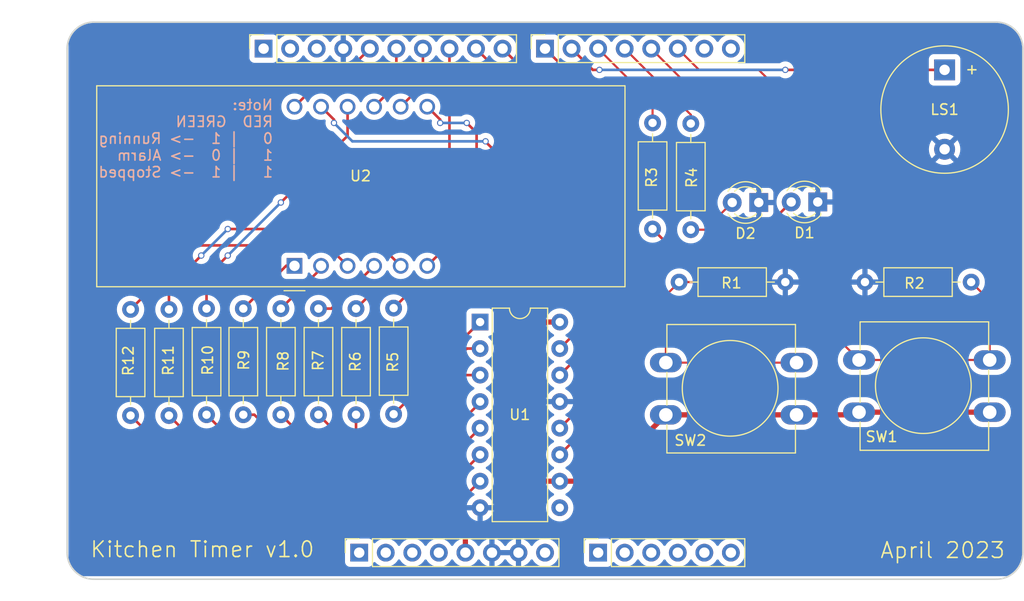
<source format=kicad_pcb>
(kicad_pcb (version 20221018) (generator pcbnew)
  (layers (0 "F.Cu" signal) (31 "B.Cu" signal) (34 "B.Paste" user) (35 "F.Paste" user) (36 "B.SilkS" user "B.Silkscreen") (37 "F.SilkS" user "F.Silkscreen") (38 "B.Mask" user) (39 "F.Mask" user) (44 "Edge.Cuts" user))
  (net 0 "")
  (net 1 "GND")
  (net 2 "Net-(D1-A)")
  (net 3 "Net-(D2-A)")
  (net 5 "/IOREF")
  (net 6 "/~{RESET}")
  (net 7 "+3V3")
  (net 8 "+5V")
  (net 9 "VCC")
  (net 13 "/DIG_1")
  (net 14 "/DIG_2")
  (net 15 "/DIG_3")
  (net 16 "/DIG_4")
  (net 17 "/DS")
  (net 18 "/ST_CP")
  (net 19 "/A0")
  (net 20 "/A1")
  (net 21 "/A2")
  (net 22 "/A3")
  (net 23 "/SDA{slash}A4")
  (net 24 "/SCL{slash}A5")
  (net 25 "/SH_CP")
  (net 26 "/BUZZER")
  (net 27 "/RED_LED")
  (net 28 "/GREEN_LED")
  (net 29 "/BUTTON_2")
  (net 30 "/BUTTON_1")
  (net 31 "/TX{slash}1")
  (net 32 "/RX{slash}0")
  (net 33 "/A")
  (net 34 "Net-(U2-a)")
  (net 35 "/B")
  (net 36 "Net-(U2-b)")
  (net 37 "/C")
  (net 38 "Net-(U2-c)")
  (net 39 "/D")
  (net 40 "Net-(U2-d)")
  (net 41 "/E")
  (net 42 "Net-(U2-e)")
  (net 43 "/F")
  (net 44 "Net-(U2-f)")
  (net 45 "/G")
  (net 46 "Net-(U2-g)")
  (net 47 "/DP")
  (net 48 "Net-(U2-DPX)")
  (footprint "Connector_PinSocket_2.54mm:PinSocket_1x10_P2.54mm_Vertical" (layer "F.Cu") (at 145.669 51.088 90)
    (fp_text reference "J2" hide)
    (fp_text value "Digital/PWM")
    (fp_line (start -1.33 1.27) (end -1.33 24.19) (stroke (width 0.12)) (layer "F.SilkS"))
    (fp_line (start -1.33 1.27) (end 1.33 1.27) (stroke (width 0.12)) (layer "F.SilkS"))
    (fp_line (start -1.33 24.19) (end 1.33 24.19) (stroke (width 0.12)) (layer "F.SilkS"))
    (fp_line (start 0 -1.33) (end 1.33 -1.33) (stroke (width 0.12)) (layer "F.SilkS"))
    (fp_line (start 1.33 -1.33) (end 1.33 0) (stroke (width 0.12)) (layer "F.SilkS"))
    (fp_line (start 1.33 1.27) (end 1.33 24.19) (stroke (width 0.12)) (layer "F.SilkS"))
    (pad "1" thru_hole rect (at 0 0 90) (size 1.7 1.7) (drill 1) (layers "*.Cu" "*.Mask"))
    (pad "2" thru_hole oval (at 0 2.54 90) (size 1.7 1.7) (drill 1) (layers "*.Cu" "*.Mask"))
    (pad "3" thru_hole oval (at 0 5.08 90) (size 1.7 1.7) (drill 1) (layers "*.Cu" "*.Mask"))
    (pad "4" thru_hole oval (at 0 7.62 90) (size 1.7 1.7) (drill 1) (layers "*.Cu" "*.Mask") (net 1 "GND"))
    (pad "5" thru_hole oval (at 0 10.16 90) (size 1.7 1.7) (drill 1) (layers "*.Cu" "*.Mask") (net 13 "/DIG_1"))
    (pad "6" thru_hole oval (at 0 12.7 90) (size 1.7 1.7) (drill 1) (layers "*.Cu" "*.Mask") (net 14 "/DIG_2"))
    (pad "7" thru_hole oval (at 0 15.24 90) (size 1.7 1.7) (drill 1) (layers "*.Cu" "*.Mask") (net 15 "/DIG_3"))
    (pad "8" thru_hole oval (at 0 17.78 90) (size 1.7 1.7) (drill 1) (layers "*.Cu" "*.Mask") (net 16 "/DIG_4"))
    (pad "9" thru_hole oval (at 0 20.32 90) (size 1.7 1.7) (drill 1) (layers "*.Cu" "*.Mask") (net 17 "/DS"))
    (pad "10" thru_hole oval (at 0 22.86 90) (size 1.7 1.7) (drill 1) (layers "*.Cu" "*.Mask") (net 18 "/ST_CP"))
  )
  (footprint "Resistor_THT:R_Axial_DIN0207_L6.3mm_D2.5mm_P10.16mm_Horizontal" (layer "F.Cu") (at 140.207994 86.139996 90)
    (fp_text reference "R10" (at 5.222672 0.110929 90) (layer "F.SilkS"))
    (fp_text value "100")
    (fp_line (start 1.04 0) (end 1.81 0) (stroke (width 0.12)) (layer "F.SilkS"))
    (fp_line (start 1.81 -1.37) (end 1.81 1.37) (stroke (width 0.12)) (layer "F.SilkS"))
    (fp_line (start 1.81 1.37) (end 8.35 1.37) (stroke (width 0.12)) (layer "F.SilkS"))
    (fp_line (start 8.35 -1.37) (end 1.81 -1.37) (stroke (width 0.12)) (layer "F.SilkS"))
    (fp_line (start 8.35 1.37) (end 8.35 -1.37) (stroke (width 0.12)) (layer "F.SilkS"))
    (fp_line (start 9.12 0) (end 8.35 0) (stroke (width 0.12)) (layer "F.SilkS"))
    (pad "1" thru_hole circle (at 0 0 90) (size 1.6 1.6) (drill 0.8) (layers "*.Cu" "*.Mask") (net 43 "/F"))
    (pad "2" thru_hole oval (at 10.16 0 90) (size 1.6 1.6) (drill 0.8) (layers "*.Cu" "*.Mask") (net 44 "Net-(U2-f)"))
  )
  (footprint "Button_Switch_THT:SW_PUSH-12mm" (layer "F.Cu") (at 215.134088 85.896641 180)
    (fp_text reference "SW1" (at 10.343906 -2.353048) (layer "F.SilkS"))
    (fp_text value "Hour")
    (fp_line (start 0.1 -3.65) (end 12.4 -3.65) (stroke (width 0.12)) (layer "F.SilkS"))
    (fp_line (start 0.1 -0.93) (end 0.1 -3.65) (stroke (width 0.12)) (layer "F.SilkS"))
    (fp_line (start 0.1 4.07) (end 0.1 0.93) (stroke (width 0.12)) (layer "F.SilkS"))
    (fp_line (start 0.1 8.65) (end 0.1 5.93) (stroke (width 0.12)) (layer "F.SilkS"))
    (fp_line (start 12.4 -3.65) (end 12.4 -0.93) (stroke (width 0.12)) (layer "F.SilkS"))
    (fp_line (start 12.4 0.93) (end 12.4 4.07) (stroke (width 0.12)) (layer "F.SilkS"))
    (fp_line (start 12.4 5.93) (end 12.4 8.65) (stroke (width 0.12)) (layer "F.SilkS"))
    (fp_line (start 12.4 8.65) (end 0.1 8.65) (stroke (width 0.12)) (layer "F.SilkS"))
    (fp_circle (center 6.35 2.54) (end 10.16 5.08) (stroke (width 0.12)) (fill none) (layer "F.SilkS"))
    (pad "1" thru_hole oval (at 0 0 180) (size 3.048 1.85) (drill 1.3) (layers "*.Cu" "*.Mask") (net 8 "+5V"))
    (pad "1" thru_hole oval (at 12.5 0 180) (size 3.048 1.85) (drill 1.3) (layers "*.Cu" "*.Mask") (net 8 "+5V"))
    (pad "2" thru_hole oval (at 0 5 180) (size 3.048 1.85) (drill 1.3) (layers "*.Cu" "*.Mask") (net 30 "/BUTTON_1"))
    (pad "2" thru_hole oval (at 12.5 5 180) (size 3.048 1.85) (drill 1.3) (layers "*.Cu" "*.Mask") (net 30 "/BUTTON_1"))
  )
  (footprint "Button_Switch_THT:SW_PUSH-12mm" (layer "F.Cu") (at 196.651913 86.152023 180)
    (fp_text reference "SW2" (at 10.156221 -2.446625) (layer "F.SilkS"))
    (fp_text value "Minute")
    (fp_line (start 0.1 -3.65) (end 12.4 -3.65) (stroke (width 0.12)) (layer "F.SilkS"))
    (fp_line (start 0.1 -0.93) (end 0.1 -3.65) (stroke (width 0.12)) (layer "F.SilkS"))
    (fp_line (start 0.1 4.07) (end 0.1 0.93) (stroke (width 0.12)) (layer "F.SilkS"))
    (fp_line (start 0.1 8.65) (end 0.1 5.93) (stroke (width 0.12)) (layer "F.SilkS"))
    (fp_line (start 12.4 -3.65) (end 12.4 -0.93) (stroke (width 0.12)) (layer "F.SilkS"))
    (fp_line (start 12.4 0.93) (end 12.4 4.07) (stroke (width 0.12)) (layer "F.SilkS"))
    (fp_line (start 12.4 5.93) (end 12.4 8.65) (stroke (width 0.12)) (layer "F.SilkS"))
    (fp_line (start 12.4 8.65) (end 0.1 8.65) (stroke (width 0.12)) (layer "F.SilkS"))
    (fp_circle (center 6.35 2.54) (end 10.16 5.08) (stroke (width 0.12)) (fill none) (layer "F.SilkS"))
    (pad "1" thru_hole oval (at 0 0 180) (size 3.048 1.85) (drill 1.3) (layers "*.Cu" "*.Mask") (net 8 "+5V"))
    (pad "1" thru_hole oval (at 12.5 0 180) (size 3.048 1.85) (drill 1.3) (layers "*.Cu" "*.Mask") (net 8 "+5V"))
    (pad "2" thru_hole oval (at 0 5 180) (size 3.048 1.85) (drill 1.3) (layers "*.Cu" "*.Mask") (net 29 "/BUTTON_2"))
    (pad "2" thru_hole oval (at 12.5 5 180) (size 3.048 1.85) (drill 1.3) (layers "*.Cu" "*.Mask") (net 29 "/BUTTON_2"))
  )
  (footprint "Resistor_THT:R_Axial_DIN0207_L6.3mm_D2.5mm_P10.16mm_Horizontal" (layer "F.Cu") (at 147.32 86.14 90)
    (fp_text reference "R8" (at 5.128152 0.223996 90) (layer "F.SilkS"))
    (fp_text value "100")
    (fp_line (start 1.04 0) (end 1.81 0) (stroke (width 0.12)) (layer "F.SilkS"))
    (fp_line (start 1.81 -1.37) (end 1.81 1.37) (stroke (width 0.12)) (layer "F.SilkS"))
    (fp_line (start 1.81 1.37) (end 8.35 1.37) (stroke (width 0.12)) (layer "F.SilkS"))
    (fp_line (start 8.35 -1.37) (end 1.81 -1.37) (stroke (width 0.12)) (layer "F.SilkS"))
    (fp_line (start 8.35 1.37) (end 8.35 -1.37) (stroke (width 0.12)) (layer "F.SilkS"))
    (fp_line (start 9.12 0) (end 8.35 0) (stroke (width 0.12)) (layer "F.SilkS"))
    (pad "1" thru_hole circle (at 0 0 90) (size 1.6 1.6) (drill 0.8) (layers "*.Cu" "*.Mask") (net 39 "/D"))
    (pad "2" thru_hole oval (at 10.16 0 90) (size 1.6 1.6) (drill 0.8) (layers "*.Cu" "*.Mask") (net 40 "Net-(U2-d)"))
  )
  (footprint "Resistor_THT:R_Axial_DIN0207_L6.3mm_D2.5mm_P10.16mm_Horizontal" (layer "F.Cu") (at 213.36 73.44 180)
    (fp_text reference "R2" (at 5.424195 -0.118149) (layer "F.SilkS"))
    (fp_text value "10K")
    (fp_line (start 1.04 0) (end 1.81 0) (stroke (width 0.12)) (layer "F.SilkS"))
    (fp_line (start 1.81 -1.37) (end 1.81 1.37) (stroke (width 0.12)) (layer "F.SilkS"))
    (fp_line (start 1.81 1.37) (end 8.35 1.37) (stroke (width 0.12)) (layer "F.SilkS"))
    (fp_line (start 8.35 -1.37) (end 1.81 -1.37) (stroke (width 0.12)) (layer "F.SilkS"))
    (fp_line (start 8.35 1.37) (end 8.35 -1.37) (stroke (width 0.12)) (layer "F.SilkS"))
    (fp_line (start 9.12 0) (end 8.35 0) (stroke (width 0.12)) (layer "F.SilkS"))
    (pad "1" thru_hole circle (at 0 0 180) (size 1.6 1.6) (drill 0.8) (layers "*.Cu" "*.Mask") (net 30 "/BUTTON_1"))
    (pad "2" thru_hole oval (at 10.16 0 180) (size 1.6 1.6) (drill 0.8) (layers "*.Cu" "*.Mask") (net 1 "GND"))
  )
  (footprint "Package_DIP:DIP-16_W7.62mm" (layer "F.Cu") (at 166.38 77.265)
    (fp_text reference "U1" (at 3.8 8.875) (layer "F.SilkS"))
    (fp_text value "74AHC595")
    (fp_line (start 1.16 -1.33) (end 1.16 19.11) (stroke (width 0.12)) (layer "F.SilkS"))
    (fp_line (start 1.16 19.11) (end 6.46 19.11) (stroke (width 0.12)) (layer "F.SilkS"))
    (fp_line (start 2.81 -1.33) (end 1.16 -1.33) (stroke (width 0.12)) (layer "F.SilkS"))
    (fp_line (start 6.46 -1.33) (end 4.81 -1.33) (stroke (width 0.12)) (layer "F.SilkS"))
    (fp_line (start 6.46 19.11) (end 6.46 -1.33) (stroke (width 0.12)) (layer "F.SilkS"))
    (fp_arc (start 4.81 -1.33) (mid 3.81 -0.33) (end 2.81 -1.33) (stroke (width 0.12)) (layer "F.SilkS"))
    (pad "1" thru_hole rect (at 0 0) (size 1.6 1.6) (drill 0.8) (layers "*.Cu" "*.Mask") (net 35 "/B"))
    (pad "2" thru_hole oval (at 0 2.54) (size 1.6 1.6) (drill 0.8) (layers "*.Cu" "*.Mask") (net 37 "/C"))
    (pad "3" thru_hole oval (at 0 5.08) (size 1.6 1.6) (drill 0.8) (layers "*.Cu" "*.Mask") (net 39 "/D"))
    (pad "4" thru_hole oval (at 0 7.62) (size 1.6 1.6) (drill 0.8) (layers "*.Cu" "*.Mask") (net 41 "/E"))
    (pad "5" thru_hole oval (at 0 10.16) (size 1.6 1.6) (drill 0.8) (layers "*.Cu" "*.Mask") (net 43 "/F"))
    (pad "6" thru_hole oval (at 0 12.7) (size 1.6 1.6) (drill 0.8) (layers "*.Cu" "*.Mask") (net 45 "/G"))
    (pad "7" thru_hole oval (at 0 15.24) (size 1.6 1.6) (drill 0.8) (layers "*.Cu" "*.Mask") (net 47 "/DP"))
    (pad "8" thru_hole oval (at 0 17.78) (size 1.6 1.6) (drill 0.8) (layers "*.Cu" "*.Mask") (net 1 "GND"))
    (pad "9" thru_hole oval (at 7.62 17.78) (size 1.6 1.6) (drill 0.8) (layers "*.Cu" "*.Mask"))
    (pad "10" thru_hole oval (at 7.62 15.24) (size 1.6 1.6) (drill 0.8) (layers "*.Cu" "*.Mask") (net 8 "+5V"))
    (pad "11" thru_hole oval (at 7.62 12.7) (size 1.6 1.6) (drill 0.8) (layers "*.Cu" "*.Mask") (net 25 "/SH_CP"))
    (pad "12" thru_hole oval (at 7.62 10.16) (size 1.6 1.6) (drill 0.8) (layers "*.Cu" "*.Mask") (net 18 "/ST_CP"))
    (pad "13" thru_hole oval (at 7.62 7.62) (size 1.6 1.6) (drill 0.8) (layers "*.Cu" "*.Mask") (net 1 "GND"))
    (pad "14" thru_hole oval (at 7.62 5.08) (size 1.6 1.6) (drill 0.8) (layers "*.Cu" "*.Mask") (net 17 "/DS"))
    (pad "15" thru_hole oval (at 7.62 2.54) (size 1.6 1.6) (drill 0.8) (layers "*.Cu" "*.Mask") (net 33 "/A"))
    (pad "16" thru_hole oval (at 7.62 0) (size 1.6 1.6) (drill 0.8) (layers "*.Cu" "*.Mask") (net 8 "+5V"))
  )
  (footprint "Resistor_THT:R_Axial_DIN0207_L6.3mm_D2.5mm_P10.16mm_Horizontal" (layer "F.Cu") (at 136.612913 86.21815 90)
    (fp_text reference "R11" (at 5.269932 -0.063754 90) (layer "F.SilkS"))
    (fp_text value "100")
    (fp_line (start 1.04 0) (end 1.81 0) (stroke (width 0.12)) (layer "F.SilkS"))
    (fp_line (start 1.81 -1.37) (end 1.81 1.37) (stroke (width 0.12)) (layer "F.SilkS"))
    (fp_line (start 1.81 1.37) (end 8.35 1.37) (stroke (width 0.12)) (layer "F.SilkS"))
    (fp_line (start 8.35 -1.37) (end 1.81 -1.37) (stroke (width 0.12)) (layer "F.SilkS"))
    (fp_line (start 8.35 1.37) (end 8.35 -1.37) (stroke (width 0.12)) (layer "F.SilkS"))
    (fp_line (start 9.12 0) (end 8.35 0) (stroke (width 0.12)) (layer "F.SilkS"))
    (pad "1" thru_hole circle (at 0 0 90) (size 1.6 1.6) (drill 0.8) (layers "*.Cu" "*.Mask") (net 45 "/G"))
    (pad "2" thru_hole oval (at 10.16 0 90) (size 1.6 1.6) (drill 0.8) (layers "*.Cu" "*.Mask") (net 46 "Net-(U2-g)"))
  )
  (footprint "Resistor_THT:R_Axial_DIN0207_L6.3mm_D2.5mm_P10.16mm_Horizontal" (layer "F.Cu") (at 186.538923 58.262499 -90)
    (fp_text reference "R4" (at 5.179126 -0.081436 90) (layer "F.SilkS"))
    (fp_text value "330")
    (fp_line (start 1.04 0) (end 1.81 0) (stroke (width 0.12)) (layer "F.SilkS"))
    (fp_line (start 1.81 -1.37) (end 1.81 1.37) (stroke (width 0.12)) (layer "F.SilkS"))
    (fp_line (start 1.81 1.37) (end 8.35 1.37) (stroke (width 0.12)) (layer "F.SilkS"))
    (fp_line (start 8.35 -1.37) (end 1.81 -1.37) (stroke (width 0.12)) (layer "F.SilkS"))
    (fp_line (start 8.35 1.37) (end 8.35 -1.37) (stroke (width 0.12)) (layer "F.SilkS"))
    (fp_line (start 9.12 0) (end 8.35 0) (stroke (width 0.12)) (layer "F.SilkS"))
    (pad "1" thru_hole circle (at 0 0 270) (size 1.6 1.6) (drill 0.8) (layers "*.Cu" "*.Mask") (net 28 "/GREEN_LED"))
    (pad "2" thru_hole oval (at 10.16 0 270) (size 1.6 1.6) (drill 0.8) (layers "*.Cu" "*.Mask") (net 3 "Net-(D2-A)"))
  )
  (footprint "LED_THT:LED_D3.0mm" (layer "F.Cu") (at 198.685096 65.770438 180)
    (fp_text reference "D1" (at 1.27 -2.96) (layer "F.SilkS"))
    (fp_text value "LED")
    (fp_line (start -0.29 -1.236) (end -0.29 -1.08) (stroke (width 0.12)) (layer "F.SilkS"))
    (fp_line (start -0.29 1.08) (end -0.29 1.236) (stroke (width 0.12)) (layer "F.SilkS"))
    (fp_arc (start -0.29 -1.235516) (mid 1.366487 -1.987659) (end 2.942335 -1.078608) (stroke (width 0.12)) (layer "F.SilkS"))
    (fp_arc (start 0.229039 -1.08) (mid 1.270117 -1.5) (end 2.31113 -1.079837) (stroke (width 0.12)) (layer "F.SilkS"))
    (fp_arc (start 2.31113 1.079837) (mid 1.270117 1.5) (end 0.229039 1.08) (stroke (width 0.12)) (layer "F.SilkS"))
    (fp_arc (start 2.942335 1.078608) (mid 1.366487 1.987659) (end -0.29 1.235516) (stroke (width 0.12)) (layer "F.SilkS"))
    (pad "1" thru_hole rect (at 0 0 180) (size 1.8 1.8) (drill 0.9) (layers "*.Cu" "*.Mask") (net 1 "GND"))
    (pad "2" thru_hole circle (at 2.54 0 180) (size 1.8 1.8) (drill 0.9) (layers "*.Cu" "*.Mask") (net 2 "Net-(D1-A)"))
  )
  (footprint "Connector_PinSocket_2.54mm:PinSocket_1x08_P2.54mm_Vertical" (layer "F.Cu") (at 172.593 51.088 90)
    (fp_text reference "J4" hide)
    (fp_text value "Digital/PWM")
    (fp_line (start -1.33 1.27) (end -1.33 19.11) (stroke (width 0.12)) (layer "F.SilkS"))
    (fp_line (start -1.33 1.27) (end 1.33 1.27) (stroke (width 0.12)) (layer "F.SilkS"))
    (fp_line (start -1.33 19.11) (end 1.33 19.11) (stroke (width 0.12)) (layer "F.SilkS"))
    (fp_line (start 0 -1.33) (end 1.33 -1.33) (stroke (width 0.12)) (layer "F.SilkS"))
    (fp_line (start 1.33 -1.33) (end 1.33 0) (stroke (width 0.12)) (layer "F.SilkS"))
    (fp_line (start 1.33 1.27) (end 1.33 19.11) (stroke (width 0.12)) (layer "F.SilkS"))
    (pad "1" thru_hole rect (at 0 0 90) (size 1.7 1.7) (drill 1) (layers "*.Cu" "*.Mask") (net 25 "/SH_CP"))
    (pad "2" thru_hole oval (at 0 2.54 90) (size 1.7 1.7) (drill 1) (layers "*.Cu" "*.Mask") (net 26 "/BUZZER"))
    (pad "3" thru_hole oval (at 0 5.08 90) (size 1.7 1.7) (drill 1) (layers "*.Cu" "*.Mask") (net 27 "/RED_LED"))
    (pad "4" thru_hole oval (at 0 7.62 90) (size 1.7 1.7) (drill 1) (layers "*.Cu" "*.Mask") (net 28 "/GREEN_LED"))
    (pad "5" thru_hole oval (at 0 10.16 90) (size 1.7 1.7) (drill 1) (layers "*.Cu" "*.Mask") (net 29 "/BUTTON_2"))
    (pad "6" thru_hole oval (at 0 12.7 90) (size 1.7 1.7) (drill 1) (layers "*.Cu" "*.Mask") (net 30 "/BUTTON_1"))
    (pad "7" thru_hole oval (at 0 15.24 90) (size 1.7 1.7) (drill 1) (layers "*.Cu" "*.Mask") (net 31 "/TX{slash}1"))
    (pad "8" thru_hole oval (at 0 17.78 90) (size 1.7 1.7) (drill 1) (layers "*.Cu" "*.Mask") (net 32 "/RX{slash}0"))
  )
  (footprint "Resistor_THT:R_Axial_DIN0207_L6.3mm_D2.5mm_P10.16mm_Horizontal" (layer "F.Cu") (at 154.51016 86.14 90)
    (fp_text reference "R6" (at 5.08 -0.07 90) (layer "F.SilkS"))
    (fp_text value "100")
    (fp_line (start 1.04 0) (end 1.81 0) (stroke (width 0.12)) (layer "F.SilkS"))
    (fp_line (start 1.81 -1.37) (end 1.81 1.37) (stroke (width 0.12)) (layer "F.SilkS"))
    (fp_line (start 1.81 1.37) (end 8.35 1.37) (stroke (width 0.12)) (layer "F.SilkS"))
    (fp_line (start 8.35 -1.37) (end 1.81 -1.37) (stroke (width 0.12)) (layer "F.SilkS"))
    (fp_line (start 8.35 1.37) (end 8.35 -1.37) (stroke (width 0.12)) (layer "F.SilkS"))
    (fp_line (start 9.12 0) (end 8.35 0) (stroke (width 0.12)) (layer "F.SilkS"))
    (pad "1" thru_hole circle (at 0 0 90) (size 1.6 1.6) (drill 0.8) (layers "*.Cu" "*.Mask") (net 35 "/B"))
    (pad "2" thru_hole oval (at 10.16 0 90) (size 1.6 1.6) (drill 0.8) (layers "*.Cu" "*.Mask") (net 36 "Net-(U2-b)"))
  )
  (footprint "Resistor_THT:R_Axial_DIN0207_L6.3mm_D2.5mm_P10.16mm_Horizontal" (layer "F.Cu") (at 158.107517 86.088651 90)
    (fp_text reference "R5" (at 4.986372 -0.079003 90) (layer "F.SilkS"))
    (fp_text value "100")
    (fp_line (start 1.04 0) (end 1.81 0) (stroke (width 0.12)) (layer "F.SilkS"))
    (fp_line (start 1.81 -1.37) (end 1.81 1.37) (stroke (width 0.12)) (layer "F.SilkS"))
    (fp_line (start 1.81 1.37) (end 8.35 1.37) (stroke (width 0.12)) (layer "F.SilkS"))
    (fp_line (start 8.35 -1.37) (end 1.81 -1.37) (stroke (width 0.12)) (layer "F.SilkS"))
    (fp_line (start 8.35 1.37) (end 8.35 -1.37) (stroke (width 0.12)) (layer "F.SilkS"))
    (fp_line (start 9.12 0) (end 8.35 0) (stroke (width 0.12)) (layer "F.SilkS"))
    (pad "1" thru_hole circle (at 0 0 90) (size 1.6 1.6) (drill 0.8) (layers "*.Cu" "*.Mask") (net 33 "/A"))
    (pad "2" thru_hole oval (at 10.16 0 90) (size 1.6 1.6) (drill 0.8) (layers "*.Cu" "*.Mask") (net 34 "Net-(U2-a)"))
  )
  (footprint "Resistor_THT:R_Axial_DIN0207_L6.3mm_D2.5mm_P10.16mm_Horizontal" (layer "F.Cu") (at 150.91508 86.139996 90)
    (fp_text reference "R7" (at 5.175412 -0.02666 90) (layer "F.SilkS"))
    (fp_text value "100")
    (fp_line (start 1.04 0) (end 1.81 0) (stroke (width 0.12)) (layer "F.SilkS"))
    (fp_line (start 1.81 -1.37) (end 1.81 1.37) (stroke (width 0.12)) (layer "F.SilkS"))
    (fp_line (start 1.81 1.37) (end 8.35 1.37) (stroke (width 0.12)) (layer "F.SilkS"))
    (fp_line (start 8.35 -1.37) (end 1.81 -1.37) (stroke (width 0.12)) (layer "F.SilkS"))
    (fp_line (start 8.35 1.37) (end 8.35 -1.37) (stroke (width 0.12)) (layer "F.SilkS"))
    (fp_line (start 9.12 0) (end 8.35 0) (stroke (width 0.12)) (layer "F.SilkS"))
    (pad "1" thru_hole circle (at 0 0 90) (size 1.6 1.6) (drill 0.8) (layers "*.Cu" "*.Mask") (net 37 "/C"))
    (pad "2" thru_hole oval (at 10.16 0 90) (size 1.6 1.6) (drill 0.8) (layers "*.Cu" "*.Mask") (net 38 "Net-(U2-c)"))
  )
  (footprint "Buzzer_Beeper:Buzzer_12x9.5RM7.6" (layer "F.Cu") (at 210.82 53.12 -90)
    (fp_text reference "LS1" (at 3.8 0 -180) (layer "F.SilkS"))
    (fp_text value "Speaker")
    (fp_text user "+" (at -0.01 -2.54 90) (layer "F.SilkS"))
    (fp_circle (center 3.8 0) (end 9.9 0) (stroke (width 0.12)) (fill none) (layer "F.SilkS"))
    (pad "1" thru_hole rect (at 0 0 270) (size 2 2) (drill 1) (layers "*.Cu" "*.Mask") (net 26 "/BUZZER"))
    (pad "2" thru_hole circle (at 7.6 0 270) (size 2 2) (drill 1) (layers "*.Cu" "*.Mask") (net 1 "GND"))
  )
  (footprint "Display_7Segment:CA56-12EWA" (layer "F.Cu") (at 148.622168 71.885789 90)
    (fp_text reference "U2" (at 8.605789 6.317832 180) (layer "F.SilkS"))
    (fp_text value "CA56-12EWA")
    (fp_line (start -2.38 -1) (end -2.38 1) (stroke (width 0.12)) (layer "F.SilkS"))
    (fp_line (start -2 -18.92) (end -2 31.62) (stroke (width 0.12)) (layer "F.SilkS"))
    (fp_line (start -2 -18.92) (end 17.24 -18.92) (stroke (width 0.12)) (layer "F.SilkS"))
    (fp_line (start -2 31.62) (end 17.24 31.62) (stroke (width 0.12)) (layer "F.SilkS"))
    (fp_line (start 17.24 31.62) (end 17.24 -18.92) (stroke (width 0.12)) (layer "F.SilkS"))
    (pad "1" thru_hole rect (at 0 0 90) (size 1.5 1.5) (drill 1) (layers "*.Cu" "*.Mask") (net 42 "Net-(U2-e)"))
    (pad "2" thru_hole circle (at 0 2.54 90) (size 1.5 1.5) (drill 1) (layers "*.Cu" "*.Mask") (net 40 "Net-(U2-d)"))
    (pad "3" thru_hole circle (at 0 5.08 90) (size 1.5 1.5) (drill 1) (layers "*.Cu" "*.Mask") (net 48 "Net-(U2-DPX)"))
    (pad "4" thru_hole circle (at 0 7.62 90) (size 1.5 1.5) (drill 1) (layers "*.Cu" "*.Mask") (net 38 "Net-(U2-c)"))
    (pad "5" thru_hole circle (at 0 10.16 90) (size 1.5 1.5) (drill 1) (layers "*.Cu" "*.Mask") (net 46 "Net-(U2-g)"))
    (pad "6" thru_hole circle (at 0 12.7 90) (size 1.5 1.5) (drill 1) (layers "*.Cu" "*.Mask") (net 16 "/DIG_4"))
    (pad "7" thru_hole circle (at 15.24 12.7 90) (size 1.5 1.5) (drill 1) (layers "*.Cu" "*.Mask") (net 36 "Net-(U2-b)"))
    (pad "8" thru_hole circle (at 15.24 10.16 90) (size 1.5 1.5) (drill 1) (layers "*.Cu" "*.Mask") (net 15 "/DIG_3"))
    (pad "9" thru_hole circle (at 15.24 7.62 90) (size 1.5 1.5) (drill 1) (layers "*.Cu" "*.Mask") (net 14 "/DIG_2"))
    (pad "10" thru_hole circle (at 15.24 5.08 90) (size 1.5 1.5) (drill 1) (layers "*.Cu" "*.Mask") (net 44 "Net-(U2-f)"))
    (pad "11" thru_hole circle (at 15.24 2.54 90) (size 1.5 1.5) (drill 1) (layers "*.Cu" "*.Mask") (net 34 "Net-(U2-a)"))
    (pad "12" thru_hole circle (at 15.24 0 90) (size 1.5 1.5) (drill 1) (layers "*.Cu" "*.Mask") (net 13 "/DIG_1"))
  )
  (footprint "Resistor_THT:R_Axial_DIN0207_L6.3mm_D2.5mm_P10.16mm_Horizontal" (layer "F.Cu") (at 185.42 73.44)
    (fp_text reference "R1" (at 5.00911 0.094519) (layer "F.SilkS"))
    (fp_text value "10K")
    (fp_line (start 1.04 0) (end 1.81 0) (stroke (width 0.12)) (layer "F.SilkS"))
    (fp_line (start 1.81 -1.37) (end 1.81 1.37) (stroke (width 0.12)) (layer "F.SilkS"))
    (fp_line (start 1.81 1.37) (end 8.35 1.37) (stroke (width 0.12)) (layer "F.SilkS"))
    (fp_line (start 8.35 -1.37) (end 1.81 -1.37) (stroke (width 0.12)) (layer "F.SilkS"))
    (fp_line (start 8.35 1.37) (end 8.35 -1.37) (stroke (width 0.12)) (layer "F.SilkS"))
    (fp_line (start 9.12 0) (end 8.35 0) (stroke (width 0.12)) (layer "F.SilkS"))
    (pad "1" thru_hole circle (at 0 0) (size 1.6 1.6) (drill 0.8) (layers "*.Cu" "*.Mask") (net 29 "/BUTTON_2"))
    (pad "2" thru_hole oval (at 10.16 0) (size 1.6 1.6) (drill 0.8) (layers "*.Cu" "*.Mask") (net 1 "GND"))
  )
  (footprint "Resistor_THT:R_Axial_DIN0207_L6.3mm_D2.5mm_P10.16mm_Horizontal" (layer "F.Cu") (at 143.72492 86.14 90)
    (fp_text reference "R9" (at 5.222672 0.049313 90) (layer "F.SilkS"))
    (fp_text value "100")
    (fp_line (start 1.04 0) (end 1.81 0) (stroke (width 0.12)) (layer "F.SilkS"))
    (fp_line (start 1.81 -1.37) (end 1.81 1.37) (stroke (width 0.12)) (layer "F.SilkS"))
    (fp_line (start 1.81 1.37) (end 8.35 1.37) (stroke (width 0.12)) (layer "F.SilkS"))
    (fp_line (start 8.35 -1.37) (end 1.81 -1.37) (stroke (width 0.12)) (layer "F.SilkS"))
    (fp_line (start 8.35 1.37) (end 8.35 -1.37) (stroke (width 0.12)) (layer "F.SilkS"))
    (fp_line (start 9.12 0) (end 8.35 0) (stroke (width 0.12)) (layer "F.SilkS"))
    (pad "1" thru_hole circle (at 0 0 90) (size 1.6 1.6) (drill 0.8) (layers "*.Cu" "*.Mask") (net 41 "/E"))
    (pad "2" thru_hole oval (at 10.16 0 90) (size 1.6 1.6) (drill 0.8) (layers "*.Cu" "*.Mask") (net 42 "Net-(U2-e)"))
  )
  (footprint "Resistor_THT:R_Axial_DIN0207_L6.3mm_D2.5mm_P10.16mm_Horizontal" (layer "F.Cu") (at 132.939679 86.218154 90)
    (fp_text reference "R12" (at 5.246302 -0.214808 90) (layer "F.SilkS"))
    (fp_text value "100")
    (fp_line (start 1.04 0) (end 1.81 0) (stroke (width 0.12)) (layer "F.SilkS"))
    (fp_line (start 1.81 -1.37) (end 1.81 1.37) (stroke (width 0.12)) (layer "F.SilkS"))
    (fp_line (start 1.81 1.37) (end 8.35 1.37) (stroke (width 0.12)) (layer "F.SilkS"))
    (fp_line (start 8.35 -1.37) (end 1.81 -1.37) (stroke (width 0.12)) (layer "F.SilkS"))
    (fp_line (start 8.35 1.37) (end 8.35 -1.37) (stroke (width 0.12)) (layer "F.SilkS"))
    (fp_line (start 9.12 0) (end 8.35 0) (stroke (width 0.12)) (layer "F.SilkS"))
    (pad "1" thru_hole circle (at 0 0 90) (size 1.6 1.6) (drill 0.8) (layers "*.Cu" "*.Mask") (net 47 "/DP"))
    (pad "2" thru_hole oval (at 10.16 0 90) (size 1.6 1.6) (drill 0.8) (layers "*.Cu" "*.Mask") (net 48 "Net-(U2-DPX)"))
  )
  (footprint "LED_THT:LED_D3.0mm" (layer "F.Cu") (at 193.04 65.82 180)
    (fp_text reference "D2" (at 1.27 -2.96) (layer "F.SilkS"))
    (fp_text value "LED")
    (fp_line (start -0.29 -1.236) (end -0.29 -1.08) (stroke (width 0.12)) (layer "F.SilkS"))
    (fp_line (start -0.29 1.08) (end -0.29 1.236) (stroke (width 0.12)) (layer "F.SilkS"))
    (fp_arc (start -0.29 -1.235516) (mid 1.366487 -1.987659) (end 2.942335 -1.078608) (stroke (width 0.12)) (layer "F.SilkS"))
    (fp_arc (start 0.229039 -1.08) (mid 1.270117 -1.5) (end 2.31113 -1.079837) (stroke (width 0.12)) (layer "F.SilkS"))
    (fp_arc (start 2.31113 1.079837) (mid 1.270117 1.5) (end 0.229039 1.08) (stroke (width 0.12)) (layer "F.SilkS"))
    (fp_arc (start 2.942335 1.078608) (mid 1.366487 1.987659) (end -0.29 1.235516) (stroke (width 0.12)) (layer "F.SilkS"))
    (pad "1" thru_hole rect (at 0 0 180) (size 1.8 1.8) (drill 0.9) (layers "*.Cu" "*.Mask") (net 1 "GND"))
    (pad "2" thru_hole circle (at 2.54 0 180) (size 1.8 1.8) (drill 0.9) (layers "*.Cu" "*.Mask") (net 3 "Net-(D2-A)"))
  )
  (footprint "Resistor_THT:R_Axial_DIN0207_L6.3mm_D2.5mm_P10.16mm_Horizontal" (layer "F.Cu") (at 182.88 58.197666 -90)
    (fp_text reference "R3" (at 5.223415 0.094452 90) (layer "F.SilkS"))
    (fp_text value "330")
    (fp_line (start 1.04 0) (end 1.81 0) (stroke (width 0.12)) (layer "F.SilkS"))
    (fp_line (start 1.81 -1.37) (end 1.81 1.37) (stroke (width 0.12)) (layer "F.SilkS"))
    (fp_line (start 1.81 1.37) (end 8.35 1.37) (stroke (width 0.12)) (layer "F.SilkS"))
    (fp_line (start 8.35 -1.37) (end 1.81 -1.37) (stroke (width 0.12)) (layer "F.SilkS"))
    (fp_line (start 8.35 1.37) (end 8.35 -1.37) (stroke (width 0.12)) (layer "F.SilkS"))
    (fp_line (start 9.12 0) (end 8.35 0) (stroke (width 0.12)) (layer "F.SilkS"))
    (pad "1" thru_hole circle (at 0 0 270) (size 1.6 1.6) (drill 0.8) (layers "*.Cu" "*.Mask") (net 27 "/RED_LED"))
    (pad "2" thru_hole oval (at 10.16 0 270) (size 1.6 1.6) (drill 0.8) (layers "*.Cu" "*.Mask") (net 2 "Net-(D1-A)"))
  )
  (footprint "Connector_PinSocket_2.54mm:PinSocket_1x08_P2.54mm_Vertical" (layer "F.Cu") (at 154.813 99.348 90)
    (fp_text reference "J1" hide)
    (fp_text value "Power")
    (fp_line (start -1.33 1.27) (end -1.33 19.11) (stroke (width 0.12)) (layer "F.SilkS"))
    (fp_line (start -1.33 1.27) (end 1.33 1.27) (stroke (width 0.12)) (layer "F.SilkS"))
    (fp_line (start -1.33 19.11) (end 1.33 19.11) (stroke (width 0.12)) (layer "F.SilkS"))
    (fp_line (start 0 -1.33) (end 1.33 -1.33) (stroke (width 0.12)) (layer "F.SilkS"))
    (fp_line (start 1.33 -1.33) (end 1.33 0) (stroke (width 0.12)) (layer "F.SilkS"))
    (fp_line (start 1.33 1.27) (end 1.33 19.11) (stroke (width 0.12)) (layer "F.SilkS"))
    (pad "1" thru_hole rect (at 0 0 90) (size 1.7 1.7) (drill 1) (layers "*.Cu" "*.Mask"))
    (pad "2" thru_hole oval (at 0 2.54 90) (size 1.7 1.7) (drill 1) (layers "*.Cu" "*.Mask") (net 5 "/IOREF"))
    (pad "3" thru_hole oval (at 0 5.08 90) (size 1.7 1.7) (drill 1) (layers "*.Cu" "*.Mask") (net 6 "/~{RESET}"))
    (pad "4" thru_hole oval (at 0 7.62 90) (size 1.7 1.7) (drill 1) (layers "*.Cu" "*.Mask") (net 7 "+3V3"))
    (pad "5" thru_hole oval (at 0 10.16 90) (size 1.7 1.7) (drill 1) (layers "*.Cu" "*.Mask") (net 8 "+5V"))
    (pad "6" thru_hole oval (at 0 12.7 90) (size 1.7 1.7) (drill 1) (layers "*.Cu" "*.Mask") (net 1 "GND"))
    (pad "7" thru_hole oval (at 0 15.24 90) (size 1.7 1.7) (drill 1) (layers "*.Cu" "*.Mask") (net 1 "GND"))
    (pad "8" thru_hole oval (at 0 17.78 90) (size 1.7 1.7) (drill 1) (layers "*.Cu" "*.Mask") (net 9 "VCC"))
  )
  (footprint "Connector_PinSocket_2.54mm:PinSocket_1x06_P2.54mm_Vertical" (layer "F.Cu") (at 177.673 99.348 90)
    (fp_text reference "J3" hide)
    (fp_text value "Analog")
    (fp_line (start -1.33 1.27) (end -1.33 14.03) (stroke (width 0.12)) (layer "F.SilkS"))
    (fp_line (start -1.33 1.27) (end 1.33 1.27) (stroke (width 0.12)) (layer "F.SilkS"))
    (fp_line (start -1.33 14.03) (end 1.33 14.03) (stroke (width 0.12)) (layer "F.SilkS"))
    (fp_line (start 0 -1.33) (end 1.33 -1.33) (stroke (width 0.12)) (layer "F.SilkS"))
    (fp_line (start 1.33 -1.33) (end 1.33 0) (stroke (width 0.12)) (layer "F.SilkS"))
    (fp_line (start 1.33 1.27) (end 1.33 14.03) (stroke (width 0.12)) (layer "F.SilkS"))
    (pad "1" thru_hole rect (at 0 0 90) (size 1.7 1.7) (drill 1) (layers "*.Cu" "*.Mask") (net 19 "/A0"))
    (pad "2" thru_hole oval (at 0 2.54 90) (size 1.7 1.7) (drill 1) (layers "*.Cu" "*.Mask") (net 20 "/A1"))
    (pad "3" thru_hole oval (at 0 5.08 90) (size 1.7 1.7) (drill 1) (layers "*.Cu" "*.Mask") (net 21 "/A2"))
    (pad "4" thru_hole oval (at 0 7.62 90) (size 1.7 1.7) (drill 1) (layers "*.Cu" "*.Mask") (net 22 "/A3"))
    (pad "5" thru_hole oval (at 0 10.16 90) (size 1.7 1.7) (drill 1) (layers "*.Cu" "*.Mask") (net 23 "/SDA{slash}A4"))
    (pad "6" thru_hole oval (at 0 12.7 90) (size 1.7 1.7) (drill 1) (layers "*.Cu" "*.Mask") (net 24 "/SCL{slash}A5"))
  )
  (gr_line (start 215.773 101.888) (end 129.413 101.888) (stroke (width 0.15)) (layer "Edge.Cuts"))
  (gr_arc (start 218.313 99.348) (mid 217.569051 101.144051) (end 215.773 101.888) (stroke (width 0.15)) (layer "Edge.Cuts"))
  (gr_arc (start 129.413 101.888) (mid 127.616949 101.144051) (end 126.873 99.348) (stroke (width 0.15)) (layer "Edge.Cuts"))
  (gr_line (start 126.873 99.348) (end 126.873 51.088) (stroke (width 0.15)) (layer "Edge.Cuts"))
  (gr_arc (start 215.773 48.548) (mid 217.569051 49.291949) (end 218.313 51.088) (stroke (width 0.15)) (layer "Edge.Cuts"))
  (gr_line (start 218.313 51.088) (end 218.313 99.348) (stroke (width 0.15)) (layer "Edge.Cuts"))
  (gr_line (start 129.413 48.548) (end 215.773 48.548) (stroke (width 0.15)) (layer "Edge.Cuts"))
  (gr_arc (start 126.873 51.088) (mid 127.616949 49.291949) (end 129.413 48.548) (stroke (width 0.15)) (layer "Edge.Cuts"))
  (gr_text "Note:\nRED  GREEN\n0   | 1  -> Running\n1   | 0  -> Alarm\n1   | 1  -> Stopped" (at 146.650882 63.5) (layer "B.SilkS") (effects (font (size 1 1)) (justify left bottom mirror)))
  (gr_text "Kitchen Timer v1.0" (at 128.994425 99.910589) (layer "F.SilkS") (effects (font (size 1.5 1.5)) (justify left bottom)))
  (gr_text "April 2023" (at 204.570914 99.996022) (layer "F.SilkS") (effects (font (size 1.5 1.5)) (justify left bottom)))
  (segment (start 190.5 70.9) (end 191.015534 70.9) (width 0.25) (layer "F.Cu") (net 2))
  (segment (start 182.88 68.357666) (end 185.42 70.897666) (width 0.25) (layer "F.Cu") (net 2))
  (segment (start 190.497666 70.897666) (end 190.5 70.9) (width 0.25) (layer "F.Cu") (net 2))
  (segment (start 191.015534 70.9) (end 196.145096 65.770438) (width 0.25) (layer "F.Cu") (net 2))
  (segment (start 185.42 70.897666) (end 190.497666 70.897666) (width 0.25) (layer "F.Cu") (net 2))
  (segment (start 187.897501 68.422499) (end 190.5 65.82) (width 0.2) (layer "F.Cu") (net 3))
  (segment (start 186.538923 68.422499) (end 187.897501 68.422499) (width 0.2) (layer "F.Cu") (net 3))
  (segment (start 202.634088 85.896641) (end 215.134088 85.896641) (width 0.5) (layer "F.Cu") (net 8))
  (segment (start 164.973 97.369461) (end 165.229607 97.112854) (width 0.5) (layer "F.Cu") (net 8))
  (segment (start 164.973 99.348) (end 164.973 97.369461) (width 0.5) (layer "F.Cu") (net 8))
  (segment (start 171.435 92.505) (end 170.18 93.76) (width 0.5) (layer "F.Cu") (net 8))
  (segment (start 177.835 92.468936) (end 184.151913 86.152023) (width 0.5) (layer "F.Cu") (net 8))
  (segment (start 165.229607 97.112854) (end 169.367146 97.112854) (width 0.5) (layer "F.Cu") (net 8))
  (segment (start 202.378706 86.152023) (end 202.634088 85.896641) (width 0.5) (layer "F.Cu") (net 8))
  (segment (start 170.18 79.801374) (end 172.716374 77.265) (width 0.5) (layer "F.Cu") (net 8))
  (segment (start 174 92.505) (end 177.835 92.505) (width 0.5) (layer "F.Cu") (net 8))
  (segment (start 170.18 96.3) (end 170.18 79.801374) (width 0.5) (layer "F.Cu") (net 8))
  (segment (start 177.835 92.505) (end 177.835 92.468936) (width 0.5) (layer "F.Cu") (net 8))
  (segment (start 172.716374 77.265) (end 174 77.265) (width 0.5) (layer "F.Cu") (net 8))
  (segment (start 196.651913 86.152023) (end 202.378706 86.152023) (width 0.5) (layer "F.Cu") (net 8))
  (segment (start 169.367146 97.112854) (end 170.18 96.3) (width 0.5) (layer "F.Cu") (net 8))
  (segment (start 184.151913 86.152023) (end 196.651913 86.152023) (width 0.5) (layer "F.Cu") (net 8))
  (segment (start 174 92.505) (end 171.435 92.505) (width 0.5) (layer "F.Cu") (net 8))
  (segment (start 153.305179 53.611821) (end 155.829 51.088) (width 0.25) (layer "F.Cu") (net 13))
  (segment (start 148.622168 56.645789) (end 149.697168 55.570789) (width 0.25) (layer "F.Cu") (net 13))
  (segment (start 149.697168 55.570789) (end 149.697168 55.553334) (width 0.25) (layer "F.Cu") (net 13))
  (segment (start 149.697168 55.553334) (end 151.638681 53.611821) (width 0.25) (layer "F.Cu") (net 13))
  (segment (start 151.638681 53.611821) (end 153.305179 53.611821) (width 0.25) (layer "F.Cu") (net 13))
  (segment (start 158.369 54.518957) (end 158.369 51.088) (width 0.25) (layer "F.Cu") (net 14))
  (segment (start 156.242168 56.645789) (end 158.369 54.518957) (width 0.25) (layer "F.Cu") (net 14))
  (segment (start 160.909 54.518957) (end 160.909 51.088) (width 0.25) (layer "F.Cu") (net 15))
  (segment (start 158.782168 56.645789) (end 160.909 54.518957) (width 0.25) (layer "F.Cu") (net 15))
  (segment (start 163.449 69.758957) (end 163.449 51.088) (width 0.25) (layer "F.Cu") (net 16))
  (segment (start 161.322168 71.885789) (end 163.449 69.758957) (width 0.25) (layer "F.Cu") (net 16))
  (segment (start 176.9413 62.4213) (end 176.9413 62.0403) (width 0.25) (layer "F.Cu") (net 17))
  (segment (start 176.9413 62.0403) (end 165.989 51.088) (width 0.25) (layer "F.Cu") (net 17))
  (segment (start 174 82.345) (end 176.9413 79.4037) (width 0.25) (layer "F.Cu") (net 17))
  (segment (start 176.9413 79.4037) (end 176.9413 62.4213) (width 0.25) (layer "F.Cu") (net 17))
  (segment (start 177.8 60.359) (end 168.529 51.088) (width 0.25) (layer "F.Cu") (net 18))
  (segment (start 174 87.425) (end 177.8 83.625) (width 0.25) (layer "F.Cu") (net 18))
  (segment (start 177.8 83.625) (end 177.8 60.359) (width 0.25) (layer "F.Cu") (net 18))
  (segment (start 179.184434 84.780566) (end 179.184434 57.679434) (width 0.25) (layer "F.Cu") (net 25))
  (segment (start 179.184434 57.679434) (end 172.593 51.088) (width 0.25) (layer "F.Cu") (net 25))
  (segment (start 174 89.965) (end 179.184434 84.780566) (width 0.25) (layer "F.Cu") (net 25))
  (segment (start 210.82 53.12) (end 195.58 53.12) (width 0.25) (layer "F.Cu") (net 26))
  (segment (start 177.8 53.12) (end 177.165 53.12) (width 0.25) (layer "F.Cu") (net 26))
  (segment (start 177.165 53.12) (end 175.133 51.088) (width 0.25) (layer "F.Cu") (net 26))
  (via (at 195.58 53.12) (size 0.6) (drill 0.4) (layers "F.Cu" "B.Cu") (net 26))
  (via (at 177.8 53.12) (size 0.6) (drill 0.4) (layers "F.Cu" "B.Cu") (net 26))
  (segment (start 195.58 53.12) (end 177.8 53.12) (width 0.25) (layer "B.Cu") (net 26))
  (segment (start 182.88 58.197666) (end 182.88 56.295) (width 0.2) (layer "F.Cu") (net 27))
  (segment (start 182.88 56.295) (end 177.673 51.088) (width 0.2) (layer "F.Cu") (net 27))
  (segment (start 186.538923 57.413923) (end 186.538923 58.262499) (width 0.2) (layer "F.Cu") (net 28))
  (segment (start 180.213 51.088) (end 186.538923 57.413923) (width 0.2) (layer "F.Cu") (net 28))
  (segment (start 184.151913 74.708087) (end 185.42 73.44) (width 0.2) (layer "F.Cu") (net 29))
  (segment (start 184.151913 81.152023) (end 184.151913 74.708087) (width 0.2) (layer "F.Cu") (net 29))
  (segment (start 193.04 70.9) (end 198.12 70.9) (width 0.2) (layer "F.Cu") (net 29))
  (segment (start 200.66 63.28) (end 193.04 55.66) (width 0.2) (layer "F.Cu") (net 29))
  (segment (start 198.12 70.9) (end 200.66 68.36) (width 0.2) (layer "F.Cu") (net 29))
  (segment (start 190.5 73.44) (end 193.04 70.9) (width 0.2) (layer "F.Cu") (net 29))
  (segment (start 187.325 55.66) (end 182.753 51.088) (width 0.2) (layer "F.Cu") (net 29))
  (segment (start 193.04 55.66) (end 187.325 55.66) (width 0.2) (layer "F.Cu") (net 29))
  (segment (start 185.42 73.44) (end 190.5 73.44) (width 0.2) (layer "F.Cu") (net 29))
  (segment (start 196.651913 81.152023) (end 184.151913 81.152023) (width 0.2) (layer "F.Cu") (net 29))
  (segment (start 200.66 68.36) (end 200.66 63.28) (width 0.2) (layer "F.Cu") (net 29))
  (segment (start 193.04 53.12) (end 187.325 53.12) (width 0.2) (layer "F.Cu") (net 30))
  (segment (start 200.66 70.9) (end 203.2 68.36) (width 0.2) (layer "F.Cu") (net 30))
  (segment (start 202.634088 80.896641) (end 200.66 78.922553) (width 0.2) (layer "F.Cu") (net 30))
  (segment (start 200.66 78.922553) (end 200.66 70.9) (width 0.2) (layer "F.Cu") (net 30))
  (segment (start 203.2 68.36) (end 203.2 63.28) (width 0.2) (layer "F.Cu") (net 30))
  (segment (start 215.134088 75.214088) (end 213.36 73.44) (width 0.2) (layer "F.Cu") (net 30))
  (segment (start 187.325 53.12) (end 185.293 51.088) (width 0.2) (layer "F.Cu") (net 30))
  (segment (start 203.2 63.28) (end 193.04 53.12) (width 0.2) (layer "F.Cu") (net 30))
  (segment (start 215.134088 80.896641) (end 215.134088 75.214088) (width 0.2) (layer "F.Cu") (net 30))
  (segment (start 215.134088 80.896641) (end 202.634088 80.896641) (width 0.2) (layer "F.Cu") (net 30))
  (segment (start 175.165614 75.322535) (end 160.976137 75.322535) (width 0.25) (layer "F.Cu") (net 33))
  (segment (start 160.308084 83.888084) (end 158.107517 86.088651) (width 0.25) (layer "F.Cu") (net 33))
  (segment (start 176.030336 77.774664) (end 176.030336 76.187257) (width 0.25) (layer "F.Cu") (net 33))
  (segment (start 174 79.805) (end 176.030336 77.774664) (width 0.25) (layer "F.Cu") (net 33))
  (segment (start 160.976137 75.322535) (end 160.308084 75.990588) (width 0.25) (layer "F.Cu") (net 33))
  (segment (start 176.030336 76.187257) (end 175.165614 75.322535) (width 0.25) (layer "F.Cu") (net 33))
  (segment (start 160.308084 75.990588) (end 160.308084 83.888084) (width 0.25) (layer "F.Cu") (net 33))
  (segment (start 158.107517 75.928651) (end 159.515174 74.520994) (width 0.25) (layer "F.Cu") (net 34))
  (segment (start 159.515174 74.520994) (end 166.452926 74.520994) (width 0.25) (layer "F.Cu") (net 34))
  (segment (start 167.64 73.33392) (end 167.64 60.74) (width 0.25) (layer "F.Cu") (net 34))
  (segment (start 166.452926 74.520994) (end 167.64 73.33392) (width 0.25) (layer "F.Cu") (net 34))
  (segment (start 166.862701 59.962701) (end 166.942824 60.042824) (width 0.25) (layer "F.Cu") (net 34))
  (segment (start 152.4 57.883621) (end 151.162168 56.645789) (width 0.25) (layer "F.Cu") (net 34))
  (segment (start 166.902763 59.962701) (end 166.862701 59.962701) (width 0.25) (layer "F.Cu") (net 34))
  (segment (start 167.64 60.74) (end 166.902763 60.002763) (width 0.25) (layer "F.Cu") (net 34))
  (segment (start 166.902763 60.002763) (end 166.902763 59.962701) (width 0.25) (layer "F.Cu") (net 34))
  (segment (start 152.4 58.2) (end 152.4 57.883621) (width 0.25) (layer "F.Cu") (net 34))
  (via (at 166.902763 59.962701) (size 0.6) (drill 0.4) (layers "F.Cu" "B.Cu") (net 34))
  (via (at 152.4 58.2) (size 0.6) (drill 0.4) (layers "F.Cu" "B.Cu") (net 34))
  (segment (start 154.162701 59.962701) (end 152.4 58.2) (width 0.25) (layer "B.Cu") (net 34))
  (segment (start 166.902763 59.962701) (end 154.162701 59.962701) (width 0.25) (layer "B.Cu") (net 34))
  (segment (start 162.56 86.14) (end 162.56 81.06) (width 0.25) (layer "F.Cu") (net 35))
  (segment (start 154.94 88.68) (end 160.02 88.68) (width 0.25) (layer "F.Cu") (net 35))
  (segment (start 154.51016 88.25016) (end 154.94 88.68) (width 0.25) (layer "F.Cu") (net 35))
  (segment (start 162.56 81.06) (end 166.355 77.265) (width 0.25) (layer "F.Cu") (net 35))
  (segment (start 160.02 88.68) (end 162.56 86.14) (width 0.25) (layer "F.Cu") (net 35))
  (segment (start 154.51016 86.14) (end 154.51016 88.25016) (width 0.25) (layer "F.Cu") (net 35))
  (segment (start 166.355 77.265) (end 166.38 77.265) (width 0.25) (layer "F.Cu") (net 35))
  (segment (start 166.046001 59.146001) (end 165.1 58.2) (width 0.25) (layer "F.Cu") (net 36))
  (segment (start 166.046001 72.063284) (end 166.046001 59.186873) (width 0.25) (layer "F.Cu") (net 36))
  (segment (start 162.56 57.883621) (end 161.322168 56.645789) (width 0.25) (layer "F.Cu") (net 36))
  (segment (start 164.777385 73.3319) (end 166.046001 72.063284) (width 0.25) (layer "F.Cu") (net 36))
  (segment (start 166.046001 59.186873) (end 166.046001 59.146001) (width 0.25) (layer "F.Cu") (net 36))
  (segment (start 162.56 58.2) (end 162.56 57.883621) (width 0.25) (layer "F.Cu") (net 36))
  (segment (start 154.51016 75.98) (end 157.15826 73.3319) (width 0.25) (layer "F.Cu") (net 36))
  (segment (start 157.15826 73.3319) (end 164.777385 73.3319) (width 0.25) (layer "F.Cu") (net 36))
  (via (at 162.56 58.2) (size 0.6) (drill 0.4) (layers "F.Cu" "B.Cu") (net 36))
  (via (at 165.1 58.2) (size 0.6) (drill 0.4) (layers "F.Cu" "B.Cu") (net 36))
  (segment (start 165.1 58.2) (end 162.56 58.2) (width 0.25) (layer "B.Cu") (net 36))
  (segment (start 150.91508 86.139996) (end 154.4431 89.668016) (width 0.25) (layer "F.Cu") (net 37))
  (segment (start 163.213787 81.698757) (end 165.107544 79.805) (width 0.25) (layer "F.Cu") (net 37))
  (segment (start 165.107544 79.805) (end 166.38 79.805) (width 0.25) (layer "F.Cu") (net 37))
  (segment (start 160.02 89.668016) (end 163.213787 86.474229) (width 0.25) (layer "F.Cu") (net 37))
  (segment (start 163.213787 86.474229) (end 163.213787 81.698757) (width 0.25) (layer "F.Cu") (net 37))
  (segment (start 154.4431 89.668016) (end 160.02 89.668016) (width 0.25) (layer "F.Cu") (net 37))
  (segment (start 152.147961 75.979996) (end 156.242168 71.885789) (width 0.25) (layer "F.Cu") (net 38))
  (segment (start 150.91508 75.979996) (end 152.147961 75.979996) (width 0.25) (layer "F.Cu") (net 38))
  (segment (start 163.761293 83.643678) (end 163.744706 83.627091) (width 0.25) (layer "F.Cu") (net 39))
  (segment (start 147.32 86.14) (end 151.73011 90.55011) (width 0.25) (layer "F.Cu") (net 39))
  (segment (start 160.172085 90.55011) (end 163.761293 86.960902) (width 0.25) (layer "F.Cu") (net 39))
  (segment (start 151.73011 90.55011) (end 160.172085 90.55011) (width 0.25) (layer "F.Cu") (net 39))
  (segment (start 163.744706 83.627091) (end 165.026797 82.345) (width 0.25) (layer "F.Cu") (net 39))
  (segment (start 165.026797 82.345) (end 166.38 82.345) (width 0.25) (layer "F.Cu") (net 39))
  (segment (start 163.761293 86.960902) (end 163.761293 83.643678) (width 0.25) (layer "F.Cu") (net 39))
  (segment (start 151.162168 72.137832) (end 151.162168 71.885789) (width 0.25) (layer "F.Cu") (net 40))
  (segment (start 147.32 75.98) (end 151.162168 72.137832) (width 0.25) (layer "F.Cu") (net 40))
  (segment (start 160.138591 91.22) (end 166.38 84.978591) (width 0.25) (layer "F.Cu") (net 41))
  (segment (start 166.38 84.978591) (end 166.38 84.885) (width 0.25) (layer "F.Cu") (net 41))
  (segment (start 143.72492 86.14) (end 144.78 86.14) (width 0.25) (layer "F.Cu") (net 41))
  (segment (start 149.86 91.22) (end 160.138591 91.22) (width 0.25) (layer "F.Cu") (net 41))
  (segment (start 144.78 86.14) (end 149.86 91.22) (width 0.25) (layer "F.Cu") (net 41))
  (segment (start 143.72492 75.98) (end 147.819131 71.885789) (width 0.25) (layer "F.Cu") (net 42))
  (segment (start 147.819131 71.885789) (end 148.622168 71.885789) (width 0.25) (layer "F.Cu") (net 42))
  (segment (start 161.762448 92.042552) (end 166.38 87.425) (width 0.25) (layer "F.Cu") (net 43))
  (segment (start 146.11055 92.042552) (end 161.762448 92.042552) (width 0.25) (layer "F.Cu") (net 43))
  (segment (start 145.946039 91.878041) (end 146.11055 92.042552) (width 0.25) (layer "F.Cu") (net 43))
  (segment (start 145.946039 91.878041) (end 145.957727 91.878041) (width 0.25) (layer "F.Cu") (net 43))
  (segment (start 140.207994 86.139996) (end 145.946039 91.878041) (width 0.25) (layer "F.Cu") (net 43))
  (segment (start 153.702168 59.437832) (end 153.702168 56.645789) (width 0.25) (layer "F.Cu") (net 44))
  (segment (start 147.32 65.82) (end 153.702168 59.437832) (width 0.25) (layer "F.Cu") (net 44))
  (segment (start 140.207994 72.932006) (end 142.24 70.9) (width 0.25) (layer "F.Cu") (net 44))
  (segment (start 140.207994 75.979996) (end 140.207994 72.932006) (width 0.25) (layer "F.Cu") (net 44))
  (via (at 142.24 70.9) (size 0.6) (drill 0.4) (layers "F.Cu" "B.Cu") (net 44))
  (via (at 147.32 65.82) (size 0.6) (drill 0.4) (layers "F.Cu" "B.Cu") (net 44))
  (segment (start 142.24 70.9) (end 147.32 65.82) (width 0.25) (layer "B.Cu") (net 44))
  (segment (start 143.309914 92.915151) (end 163.429849 92.915151) (width 0.25) (layer "F.Cu") (net 45))
  (segment (start 163.429849 92.915151) (end 166.38 89.965) (width 0.25) (layer "F.Cu") (net 45))
  (segment (start 143.26334 92.868577) (end 143.272173 92.868577) (width 0.25) (layer "F.Cu") (net 45))
  (segment (start 136.612913 86.21815) (end 143.26334 92.868577) (width 0.25) (layer "F.Cu") (net 45))
  (segment (start 143.26334 92.868577) (end 143.309914 92.915151) (width 0.25) (layer "F.Cu") (net 45))
  (segment (start 136.612913 76.05815) (end 136.612913 73.987087) (width 0.25) (layer "F.Cu") (net 46))
  (segment (start 142.24 68.36) (end 155.256379 68.36) (width 0.25) (layer "F.Cu") (net 46))
  (segment (start 136.612913 73.987087) (end 139.7 70.9) (width 0.25) (layer "F.Cu") (net 46))
  (segment (start 155.256379 68.36) (end 158.782168 71.885789) (width 0.25) (layer "F.Cu") (net 46))
  (via (at 139.7 70.9) (size 0.6) (drill 0.4) (layers "F.Cu" "B.Cu") (net 46))
  (via (at 142.24 68.36) (size 0.6) (drill 0.4) (layers "F.Cu" "B.Cu") (net 46))
  (segment (start 139.7 70.9) (end 142.24 68.36) (width 0.25) (layer "B.Cu") (net 46))
  (segment (start 165.125 93.76) (end 166.38 92.505) (width 0.25) (layer "F.Cu") (net 47))
  (segment (start 140.481525 93.76) (end 165.125 93.76) (width 0.25) (layer "F.Cu") (net 47))
  (segment (start 132.939679 86.218154) (end 140.481525 93.76) (width 0.25) (layer "F.Cu") (net 47))
  (segment (start 132.939679 76.058154) (end 139.071065 69.926768) (width 0.25) (layer "F.Cu") (net 48))
  (segment (start 139.071065 69.926768) (end 151.751403 69.926768) (width 0.25) (layer "F.Cu") (net 48))
  (segment (start 151.751403 69.935024) (end 153.702168 71.885789) (width 0.25) (layer "F.Cu") (net 48))
  (segment (start 151.751403 69.926768) (end 151.751403 69.935024) (width 0.25) (layer "F.Cu") (net 48))
  (zone (net 1) (net_name "GND") (layer "B.Cu") (connect_pads (clearance 0.508)) (min_thickness 0.25) (fill yes (thermal_gap 0.5) (thermal_bridge_width 0.5))
    (polygon (pts (xy 127 48.26) (xy 218.44 48.26) (xy 218.44 101.6) (xy 127 101.6)))
  )
)
</source>
